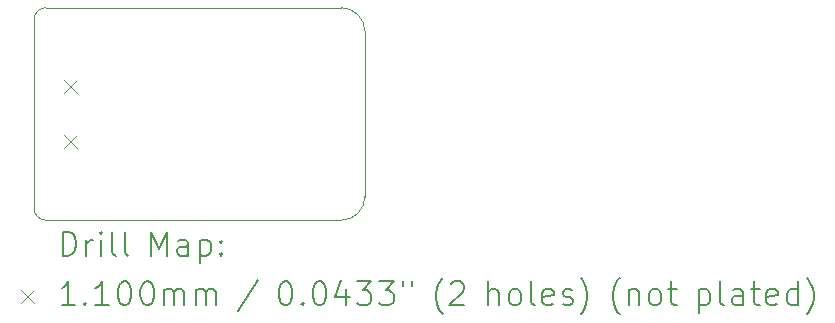
<source format=gbr>
%TF.GenerationSoftware,KiCad,Pcbnew,(7.0.0)*%
%TF.CreationDate,2023-02-23T15:33:38+08:00*%
%TF.ProjectId,CK,434b2e6b-6963-4616-945f-706362585858,rev?*%
%TF.SameCoordinates,Original*%
%TF.FileFunction,Drillmap*%
%TF.FilePolarity,Positive*%
%FSLAX45Y45*%
G04 Gerber Fmt 4.5, Leading zero omitted, Abs format (unit mm)*
G04 Created by KiCad (PCBNEW (7.0.0)) date 2023-02-23 15:33:38*
%MOMM*%
%LPD*%
G01*
G04 APERTURE LIST*
%ADD10C,0.100000*%
%ADD11C,0.200000*%
%ADD12C,0.110000*%
G04 APERTURE END LIST*
D10*
X12030000Y-9830000D02*
G75*
G03*
X11830000Y-9630000I-200000J0D01*
G01*
X9330000Y-11430000D02*
X11830000Y-11430000D01*
X12030000Y-11230000D02*
X12030000Y-9830000D01*
X9230000Y-11330000D02*
G75*
G03*
X9330000Y-11430000I100000J0D01*
G01*
X11830000Y-11430000D02*
G75*
G03*
X12030000Y-11230000I0J200000D01*
G01*
X9230000Y-9730000D02*
X9230000Y-11330000D01*
X11830000Y-9630000D02*
X9330000Y-9630000D01*
X9330000Y-9630000D02*
G75*
G03*
X9230000Y-9730000I0J-100000D01*
G01*
D11*
D12*
X9485000Y-10245000D02*
X9595000Y-10355000D01*
X9595000Y-10245000D02*
X9485000Y-10355000D01*
X9485000Y-10705000D02*
X9595000Y-10815000D01*
X9595000Y-10705000D02*
X9485000Y-10815000D01*
D11*
X9472619Y-11728476D02*
X9472619Y-11528476D01*
X9472619Y-11528476D02*
X9520238Y-11528476D01*
X9520238Y-11528476D02*
X9548810Y-11538000D01*
X9548810Y-11538000D02*
X9567857Y-11557048D01*
X9567857Y-11557048D02*
X9577381Y-11576095D01*
X9577381Y-11576095D02*
X9586905Y-11614190D01*
X9586905Y-11614190D02*
X9586905Y-11642762D01*
X9586905Y-11642762D02*
X9577381Y-11680857D01*
X9577381Y-11680857D02*
X9567857Y-11699905D01*
X9567857Y-11699905D02*
X9548810Y-11718952D01*
X9548810Y-11718952D02*
X9520238Y-11728476D01*
X9520238Y-11728476D02*
X9472619Y-11728476D01*
X9672619Y-11728476D02*
X9672619Y-11595143D01*
X9672619Y-11633238D02*
X9682143Y-11614190D01*
X9682143Y-11614190D02*
X9691667Y-11604667D01*
X9691667Y-11604667D02*
X9710714Y-11595143D01*
X9710714Y-11595143D02*
X9729762Y-11595143D01*
X9796429Y-11728476D02*
X9796429Y-11595143D01*
X9796429Y-11528476D02*
X9786905Y-11538000D01*
X9786905Y-11538000D02*
X9796429Y-11547524D01*
X9796429Y-11547524D02*
X9805952Y-11538000D01*
X9805952Y-11538000D02*
X9796429Y-11528476D01*
X9796429Y-11528476D02*
X9796429Y-11547524D01*
X9920238Y-11728476D02*
X9901190Y-11718952D01*
X9901190Y-11718952D02*
X9891667Y-11699905D01*
X9891667Y-11699905D02*
X9891667Y-11528476D01*
X10025000Y-11728476D02*
X10005952Y-11718952D01*
X10005952Y-11718952D02*
X9996429Y-11699905D01*
X9996429Y-11699905D02*
X9996429Y-11528476D01*
X10221190Y-11728476D02*
X10221190Y-11528476D01*
X10221190Y-11528476D02*
X10287857Y-11671333D01*
X10287857Y-11671333D02*
X10354524Y-11528476D01*
X10354524Y-11528476D02*
X10354524Y-11728476D01*
X10535476Y-11728476D02*
X10535476Y-11623714D01*
X10535476Y-11623714D02*
X10525952Y-11604667D01*
X10525952Y-11604667D02*
X10506905Y-11595143D01*
X10506905Y-11595143D02*
X10468809Y-11595143D01*
X10468809Y-11595143D02*
X10449762Y-11604667D01*
X10535476Y-11718952D02*
X10516429Y-11728476D01*
X10516429Y-11728476D02*
X10468809Y-11728476D01*
X10468809Y-11728476D02*
X10449762Y-11718952D01*
X10449762Y-11718952D02*
X10440238Y-11699905D01*
X10440238Y-11699905D02*
X10440238Y-11680857D01*
X10440238Y-11680857D02*
X10449762Y-11661809D01*
X10449762Y-11661809D02*
X10468809Y-11652286D01*
X10468809Y-11652286D02*
X10516429Y-11652286D01*
X10516429Y-11652286D02*
X10535476Y-11642762D01*
X10630714Y-11595143D02*
X10630714Y-11795143D01*
X10630714Y-11604667D02*
X10649762Y-11595143D01*
X10649762Y-11595143D02*
X10687857Y-11595143D01*
X10687857Y-11595143D02*
X10706905Y-11604667D01*
X10706905Y-11604667D02*
X10716429Y-11614190D01*
X10716429Y-11614190D02*
X10725952Y-11633238D01*
X10725952Y-11633238D02*
X10725952Y-11690381D01*
X10725952Y-11690381D02*
X10716429Y-11709428D01*
X10716429Y-11709428D02*
X10706905Y-11718952D01*
X10706905Y-11718952D02*
X10687857Y-11728476D01*
X10687857Y-11728476D02*
X10649762Y-11728476D01*
X10649762Y-11728476D02*
X10630714Y-11718952D01*
X10811667Y-11709428D02*
X10821190Y-11718952D01*
X10821190Y-11718952D02*
X10811667Y-11728476D01*
X10811667Y-11728476D02*
X10802143Y-11718952D01*
X10802143Y-11718952D02*
X10811667Y-11709428D01*
X10811667Y-11709428D02*
X10811667Y-11728476D01*
X10811667Y-11604667D02*
X10821190Y-11614190D01*
X10821190Y-11614190D02*
X10811667Y-11623714D01*
X10811667Y-11623714D02*
X10802143Y-11614190D01*
X10802143Y-11614190D02*
X10811667Y-11604667D01*
X10811667Y-11604667D02*
X10811667Y-11623714D01*
D12*
X9115000Y-12020000D02*
X9225000Y-12130000D01*
X9225000Y-12020000D02*
X9115000Y-12130000D01*
D11*
X9577381Y-12148476D02*
X9463095Y-12148476D01*
X9520238Y-12148476D02*
X9520238Y-11948476D01*
X9520238Y-11948476D02*
X9501190Y-11977048D01*
X9501190Y-11977048D02*
X9482143Y-11996095D01*
X9482143Y-11996095D02*
X9463095Y-12005619D01*
X9663095Y-12129428D02*
X9672619Y-12138952D01*
X9672619Y-12138952D02*
X9663095Y-12148476D01*
X9663095Y-12148476D02*
X9653571Y-12138952D01*
X9653571Y-12138952D02*
X9663095Y-12129428D01*
X9663095Y-12129428D02*
X9663095Y-12148476D01*
X9863095Y-12148476D02*
X9748810Y-12148476D01*
X9805952Y-12148476D02*
X9805952Y-11948476D01*
X9805952Y-11948476D02*
X9786905Y-11977048D01*
X9786905Y-11977048D02*
X9767857Y-11996095D01*
X9767857Y-11996095D02*
X9748810Y-12005619D01*
X9986905Y-11948476D02*
X10005952Y-11948476D01*
X10005952Y-11948476D02*
X10025000Y-11958000D01*
X10025000Y-11958000D02*
X10034524Y-11967524D01*
X10034524Y-11967524D02*
X10044048Y-11986571D01*
X10044048Y-11986571D02*
X10053571Y-12024667D01*
X10053571Y-12024667D02*
X10053571Y-12072286D01*
X10053571Y-12072286D02*
X10044048Y-12110381D01*
X10044048Y-12110381D02*
X10034524Y-12129428D01*
X10034524Y-12129428D02*
X10025000Y-12138952D01*
X10025000Y-12138952D02*
X10005952Y-12148476D01*
X10005952Y-12148476D02*
X9986905Y-12148476D01*
X9986905Y-12148476D02*
X9967857Y-12138952D01*
X9967857Y-12138952D02*
X9958333Y-12129428D01*
X9958333Y-12129428D02*
X9948810Y-12110381D01*
X9948810Y-12110381D02*
X9939286Y-12072286D01*
X9939286Y-12072286D02*
X9939286Y-12024667D01*
X9939286Y-12024667D02*
X9948810Y-11986571D01*
X9948810Y-11986571D02*
X9958333Y-11967524D01*
X9958333Y-11967524D02*
X9967857Y-11958000D01*
X9967857Y-11958000D02*
X9986905Y-11948476D01*
X10177381Y-11948476D02*
X10196429Y-11948476D01*
X10196429Y-11948476D02*
X10215476Y-11958000D01*
X10215476Y-11958000D02*
X10225000Y-11967524D01*
X10225000Y-11967524D02*
X10234524Y-11986571D01*
X10234524Y-11986571D02*
X10244048Y-12024667D01*
X10244048Y-12024667D02*
X10244048Y-12072286D01*
X10244048Y-12072286D02*
X10234524Y-12110381D01*
X10234524Y-12110381D02*
X10225000Y-12129428D01*
X10225000Y-12129428D02*
X10215476Y-12138952D01*
X10215476Y-12138952D02*
X10196429Y-12148476D01*
X10196429Y-12148476D02*
X10177381Y-12148476D01*
X10177381Y-12148476D02*
X10158333Y-12138952D01*
X10158333Y-12138952D02*
X10148810Y-12129428D01*
X10148810Y-12129428D02*
X10139286Y-12110381D01*
X10139286Y-12110381D02*
X10129762Y-12072286D01*
X10129762Y-12072286D02*
X10129762Y-12024667D01*
X10129762Y-12024667D02*
X10139286Y-11986571D01*
X10139286Y-11986571D02*
X10148810Y-11967524D01*
X10148810Y-11967524D02*
X10158333Y-11958000D01*
X10158333Y-11958000D02*
X10177381Y-11948476D01*
X10329762Y-12148476D02*
X10329762Y-12015143D01*
X10329762Y-12034190D02*
X10339286Y-12024667D01*
X10339286Y-12024667D02*
X10358333Y-12015143D01*
X10358333Y-12015143D02*
X10386905Y-12015143D01*
X10386905Y-12015143D02*
X10405952Y-12024667D01*
X10405952Y-12024667D02*
X10415476Y-12043714D01*
X10415476Y-12043714D02*
X10415476Y-12148476D01*
X10415476Y-12043714D02*
X10425000Y-12024667D01*
X10425000Y-12024667D02*
X10444048Y-12015143D01*
X10444048Y-12015143D02*
X10472619Y-12015143D01*
X10472619Y-12015143D02*
X10491667Y-12024667D01*
X10491667Y-12024667D02*
X10501191Y-12043714D01*
X10501191Y-12043714D02*
X10501191Y-12148476D01*
X10596429Y-12148476D02*
X10596429Y-12015143D01*
X10596429Y-12034190D02*
X10605952Y-12024667D01*
X10605952Y-12024667D02*
X10625000Y-12015143D01*
X10625000Y-12015143D02*
X10653572Y-12015143D01*
X10653572Y-12015143D02*
X10672619Y-12024667D01*
X10672619Y-12024667D02*
X10682143Y-12043714D01*
X10682143Y-12043714D02*
X10682143Y-12148476D01*
X10682143Y-12043714D02*
X10691667Y-12024667D01*
X10691667Y-12024667D02*
X10710714Y-12015143D01*
X10710714Y-12015143D02*
X10739286Y-12015143D01*
X10739286Y-12015143D02*
X10758333Y-12024667D01*
X10758333Y-12024667D02*
X10767857Y-12043714D01*
X10767857Y-12043714D02*
X10767857Y-12148476D01*
X11125952Y-11938952D02*
X10954524Y-12196095D01*
X11350714Y-11948476D02*
X11369762Y-11948476D01*
X11369762Y-11948476D02*
X11388810Y-11958000D01*
X11388810Y-11958000D02*
X11398333Y-11967524D01*
X11398333Y-11967524D02*
X11407857Y-11986571D01*
X11407857Y-11986571D02*
X11417381Y-12024667D01*
X11417381Y-12024667D02*
X11417381Y-12072286D01*
X11417381Y-12072286D02*
X11407857Y-12110381D01*
X11407857Y-12110381D02*
X11398333Y-12129428D01*
X11398333Y-12129428D02*
X11388810Y-12138952D01*
X11388810Y-12138952D02*
X11369762Y-12148476D01*
X11369762Y-12148476D02*
X11350714Y-12148476D01*
X11350714Y-12148476D02*
X11331667Y-12138952D01*
X11331667Y-12138952D02*
X11322143Y-12129428D01*
X11322143Y-12129428D02*
X11312619Y-12110381D01*
X11312619Y-12110381D02*
X11303095Y-12072286D01*
X11303095Y-12072286D02*
X11303095Y-12024667D01*
X11303095Y-12024667D02*
X11312619Y-11986571D01*
X11312619Y-11986571D02*
X11322143Y-11967524D01*
X11322143Y-11967524D02*
X11331667Y-11958000D01*
X11331667Y-11958000D02*
X11350714Y-11948476D01*
X11503095Y-12129428D02*
X11512619Y-12138952D01*
X11512619Y-12138952D02*
X11503095Y-12148476D01*
X11503095Y-12148476D02*
X11493571Y-12138952D01*
X11493571Y-12138952D02*
X11503095Y-12129428D01*
X11503095Y-12129428D02*
X11503095Y-12148476D01*
X11636429Y-11948476D02*
X11655476Y-11948476D01*
X11655476Y-11948476D02*
X11674524Y-11958000D01*
X11674524Y-11958000D02*
X11684048Y-11967524D01*
X11684048Y-11967524D02*
X11693571Y-11986571D01*
X11693571Y-11986571D02*
X11703095Y-12024667D01*
X11703095Y-12024667D02*
X11703095Y-12072286D01*
X11703095Y-12072286D02*
X11693571Y-12110381D01*
X11693571Y-12110381D02*
X11684048Y-12129428D01*
X11684048Y-12129428D02*
X11674524Y-12138952D01*
X11674524Y-12138952D02*
X11655476Y-12148476D01*
X11655476Y-12148476D02*
X11636429Y-12148476D01*
X11636429Y-12148476D02*
X11617381Y-12138952D01*
X11617381Y-12138952D02*
X11607857Y-12129428D01*
X11607857Y-12129428D02*
X11598333Y-12110381D01*
X11598333Y-12110381D02*
X11588810Y-12072286D01*
X11588810Y-12072286D02*
X11588810Y-12024667D01*
X11588810Y-12024667D02*
X11598333Y-11986571D01*
X11598333Y-11986571D02*
X11607857Y-11967524D01*
X11607857Y-11967524D02*
X11617381Y-11958000D01*
X11617381Y-11958000D02*
X11636429Y-11948476D01*
X11874524Y-12015143D02*
X11874524Y-12148476D01*
X11826905Y-11938952D02*
X11779286Y-12081809D01*
X11779286Y-12081809D02*
X11903095Y-12081809D01*
X11960238Y-11948476D02*
X12084048Y-11948476D01*
X12084048Y-11948476D02*
X12017381Y-12024667D01*
X12017381Y-12024667D02*
X12045952Y-12024667D01*
X12045952Y-12024667D02*
X12065000Y-12034190D01*
X12065000Y-12034190D02*
X12074524Y-12043714D01*
X12074524Y-12043714D02*
X12084048Y-12062762D01*
X12084048Y-12062762D02*
X12084048Y-12110381D01*
X12084048Y-12110381D02*
X12074524Y-12129428D01*
X12074524Y-12129428D02*
X12065000Y-12138952D01*
X12065000Y-12138952D02*
X12045952Y-12148476D01*
X12045952Y-12148476D02*
X11988810Y-12148476D01*
X11988810Y-12148476D02*
X11969762Y-12138952D01*
X11969762Y-12138952D02*
X11960238Y-12129428D01*
X12150714Y-11948476D02*
X12274524Y-11948476D01*
X12274524Y-11948476D02*
X12207857Y-12024667D01*
X12207857Y-12024667D02*
X12236429Y-12024667D01*
X12236429Y-12024667D02*
X12255476Y-12034190D01*
X12255476Y-12034190D02*
X12265000Y-12043714D01*
X12265000Y-12043714D02*
X12274524Y-12062762D01*
X12274524Y-12062762D02*
X12274524Y-12110381D01*
X12274524Y-12110381D02*
X12265000Y-12129428D01*
X12265000Y-12129428D02*
X12255476Y-12138952D01*
X12255476Y-12138952D02*
X12236429Y-12148476D01*
X12236429Y-12148476D02*
X12179286Y-12148476D01*
X12179286Y-12148476D02*
X12160238Y-12138952D01*
X12160238Y-12138952D02*
X12150714Y-12129428D01*
X12350714Y-11948476D02*
X12350714Y-11986571D01*
X12426905Y-11948476D02*
X12426905Y-11986571D01*
X12689762Y-12224667D02*
X12680238Y-12215143D01*
X12680238Y-12215143D02*
X12661191Y-12186571D01*
X12661191Y-12186571D02*
X12651667Y-12167524D01*
X12651667Y-12167524D02*
X12642143Y-12138952D01*
X12642143Y-12138952D02*
X12632619Y-12091333D01*
X12632619Y-12091333D02*
X12632619Y-12053238D01*
X12632619Y-12053238D02*
X12642143Y-12005619D01*
X12642143Y-12005619D02*
X12651667Y-11977048D01*
X12651667Y-11977048D02*
X12661191Y-11958000D01*
X12661191Y-11958000D02*
X12680238Y-11929428D01*
X12680238Y-11929428D02*
X12689762Y-11919905D01*
X12756429Y-11967524D02*
X12765952Y-11958000D01*
X12765952Y-11958000D02*
X12785000Y-11948476D01*
X12785000Y-11948476D02*
X12832619Y-11948476D01*
X12832619Y-11948476D02*
X12851667Y-11958000D01*
X12851667Y-11958000D02*
X12861191Y-11967524D01*
X12861191Y-11967524D02*
X12870714Y-11986571D01*
X12870714Y-11986571D02*
X12870714Y-12005619D01*
X12870714Y-12005619D02*
X12861191Y-12034190D01*
X12861191Y-12034190D02*
X12746905Y-12148476D01*
X12746905Y-12148476D02*
X12870714Y-12148476D01*
X13076429Y-12148476D02*
X13076429Y-11948476D01*
X13162143Y-12148476D02*
X13162143Y-12043714D01*
X13162143Y-12043714D02*
X13152619Y-12024667D01*
X13152619Y-12024667D02*
X13133572Y-12015143D01*
X13133572Y-12015143D02*
X13105000Y-12015143D01*
X13105000Y-12015143D02*
X13085952Y-12024667D01*
X13085952Y-12024667D02*
X13076429Y-12034190D01*
X13285952Y-12148476D02*
X13266905Y-12138952D01*
X13266905Y-12138952D02*
X13257381Y-12129428D01*
X13257381Y-12129428D02*
X13247857Y-12110381D01*
X13247857Y-12110381D02*
X13247857Y-12053238D01*
X13247857Y-12053238D02*
X13257381Y-12034190D01*
X13257381Y-12034190D02*
X13266905Y-12024667D01*
X13266905Y-12024667D02*
X13285952Y-12015143D01*
X13285952Y-12015143D02*
X13314524Y-12015143D01*
X13314524Y-12015143D02*
X13333572Y-12024667D01*
X13333572Y-12024667D02*
X13343095Y-12034190D01*
X13343095Y-12034190D02*
X13352619Y-12053238D01*
X13352619Y-12053238D02*
X13352619Y-12110381D01*
X13352619Y-12110381D02*
X13343095Y-12129428D01*
X13343095Y-12129428D02*
X13333572Y-12138952D01*
X13333572Y-12138952D02*
X13314524Y-12148476D01*
X13314524Y-12148476D02*
X13285952Y-12148476D01*
X13466905Y-12148476D02*
X13447857Y-12138952D01*
X13447857Y-12138952D02*
X13438333Y-12119905D01*
X13438333Y-12119905D02*
X13438333Y-11948476D01*
X13619286Y-12138952D02*
X13600238Y-12148476D01*
X13600238Y-12148476D02*
X13562143Y-12148476D01*
X13562143Y-12148476D02*
X13543095Y-12138952D01*
X13543095Y-12138952D02*
X13533572Y-12119905D01*
X13533572Y-12119905D02*
X13533572Y-12043714D01*
X13533572Y-12043714D02*
X13543095Y-12024667D01*
X13543095Y-12024667D02*
X13562143Y-12015143D01*
X13562143Y-12015143D02*
X13600238Y-12015143D01*
X13600238Y-12015143D02*
X13619286Y-12024667D01*
X13619286Y-12024667D02*
X13628810Y-12043714D01*
X13628810Y-12043714D02*
X13628810Y-12062762D01*
X13628810Y-12062762D02*
X13533572Y-12081809D01*
X13705000Y-12138952D02*
X13724048Y-12148476D01*
X13724048Y-12148476D02*
X13762143Y-12148476D01*
X13762143Y-12148476D02*
X13781191Y-12138952D01*
X13781191Y-12138952D02*
X13790714Y-12119905D01*
X13790714Y-12119905D02*
X13790714Y-12110381D01*
X13790714Y-12110381D02*
X13781191Y-12091333D01*
X13781191Y-12091333D02*
X13762143Y-12081809D01*
X13762143Y-12081809D02*
X13733572Y-12081809D01*
X13733572Y-12081809D02*
X13714524Y-12072286D01*
X13714524Y-12072286D02*
X13705000Y-12053238D01*
X13705000Y-12053238D02*
X13705000Y-12043714D01*
X13705000Y-12043714D02*
X13714524Y-12024667D01*
X13714524Y-12024667D02*
X13733572Y-12015143D01*
X13733572Y-12015143D02*
X13762143Y-12015143D01*
X13762143Y-12015143D02*
X13781191Y-12024667D01*
X13857381Y-12224667D02*
X13866905Y-12215143D01*
X13866905Y-12215143D02*
X13885953Y-12186571D01*
X13885953Y-12186571D02*
X13895476Y-12167524D01*
X13895476Y-12167524D02*
X13905000Y-12138952D01*
X13905000Y-12138952D02*
X13914524Y-12091333D01*
X13914524Y-12091333D02*
X13914524Y-12053238D01*
X13914524Y-12053238D02*
X13905000Y-12005619D01*
X13905000Y-12005619D02*
X13895476Y-11977048D01*
X13895476Y-11977048D02*
X13885953Y-11958000D01*
X13885953Y-11958000D02*
X13866905Y-11929428D01*
X13866905Y-11929428D02*
X13857381Y-11919905D01*
X14186905Y-12224667D02*
X14177381Y-12215143D01*
X14177381Y-12215143D02*
X14158333Y-12186571D01*
X14158333Y-12186571D02*
X14148810Y-12167524D01*
X14148810Y-12167524D02*
X14139286Y-12138952D01*
X14139286Y-12138952D02*
X14129762Y-12091333D01*
X14129762Y-12091333D02*
X14129762Y-12053238D01*
X14129762Y-12053238D02*
X14139286Y-12005619D01*
X14139286Y-12005619D02*
X14148810Y-11977048D01*
X14148810Y-11977048D02*
X14158333Y-11958000D01*
X14158333Y-11958000D02*
X14177381Y-11929428D01*
X14177381Y-11929428D02*
X14186905Y-11919905D01*
X14263095Y-12015143D02*
X14263095Y-12148476D01*
X14263095Y-12034190D02*
X14272619Y-12024667D01*
X14272619Y-12024667D02*
X14291667Y-12015143D01*
X14291667Y-12015143D02*
X14320238Y-12015143D01*
X14320238Y-12015143D02*
X14339286Y-12024667D01*
X14339286Y-12024667D02*
X14348810Y-12043714D01*
X14348810Y-12043714D02*
X14348810Y-12148476D01*
X14472619Y-12148476D02*
X14453572Y-12138952D01*
X14453572Y-12138952D02*
X14444048Y-12129428D01*
X14444048Y-12129428D02*
X14434524Y-12110381D01*
X14434524Y-12110381D02*
X14434524Y-12053238D01*
X14434524Y-12053238D02*
X14444048Y-12034190D01*
X14444048Y-12034190D02*
X14453572Y-12024667D01*
X14453572Y-12024667D02*
X14472619Y-12015143D01*
X14472619Y-12015143D02*
X14501191Y-12015143D01*
X14501191Y-12015143D02*
X14520238Y-12024667D01*
X14520238Y-12024667D02*
X14529762Y-12034190D01*
X14529762Y-12034190D02*
X14539286Y-12053238D01*
X14539286Y-12053238D02*
X14539286Y-12110381D01*
X14539286Y-12110381D02*
X14529762Y-12129428D01*
X14529762Y-12129428D02*
X14520238Y-12138952D01*
X14520238Y-12138952D02*
X14501191Y-12148476D01*
X14501191Y-12148476D02*
X14472619Y-12148476D01*
X14596429Y-12015143D02*
X14672619Y-12015143D01*
X14625000Y-11948476D02*
X14625000Y-12119905D01*
X14625000Y-12119905D02*
X14634524Y-12138952D01*
X14634524Y-12138952D02*
X14653572Y-12148476D01*
X14653572Y-12148476D02*
X14672619Y-12148476D01*
X14859286Y-12015143D02*
X14859286Y-12215143D01*
X14859286Y-12024667D02*
X14878333Y-12015143D01*
X14878333Y-12015143D02*
X14916429Y-12015143D01*
X14916429Y-12015143D02*
X14935476Y-12024667D01*
X14935476Y-12024667D02*
X14945000Y-12034190D01*
X14945000Y-12034190D02*
X14954524Y-12053238D01*
X14954524Y-12053238D02*
X14954524Y-12110381D01*
X14954524Y-12110381D02*
X14945000Y-12129428D01*
X14945000Y-12129428D02*
X14935476Y-12138952D01*
X14935476Y-12138952D02*
X14916429Y-12148476D01*
X14916429Y-12148476D02*
X14878333Y-12148476D01*
X14878333Y-12148476D02*
X14859286Y-12138952D01*
X15068810Y-12148476D02*
X15049762Y-12138952D01*
X15049762Y-12138952D02*
X15040238Y-12119905D01*
X15040238Y-12119905D02*
X15040238Y-11948476D01*
X15230714Y-12148476D02*
X15230714Y-12043714D01*
X15230714Y-12043714D02*
X15221191Y-12024667D01*
X15221191Y-12024667D02*
X15202143Y-12015143D01*
X15202143Y-12015143D02*
X15164048Y-12015143D01*
X15164048Y-12015143D02*
X15145000Y-12024667D01*
X15230714Y-12138952D02*
X15211667Y-12148476D01*
X15211667Y-12148476D02*
X15164048Y-12148476D01*
X15164048Y-12148476D02*
X15145000Y-12138952D01*
X15145000Y-12138952D02*
X15135476Y-12119905D01*
X15135476Y-12119905D02*
X15135476Y-12100857D01*
X15135476Y-12100857D02*
X15145000Y-12081809D01*
X15145000Y-12081809D02*
X15164048Y-12072286D01*
X15164048Y-12072286D02*
X15211667Y-12072286D01*
X15211667Y-12072286D02*
X15230714Y-12062762D01*
X15297381Y-12015143D02*
X15373572Y-12015143D01*
X15325953Y-11948476D02*
X15325953Y-12119905D01*
X15325953Y-12119905D02*
X15335476Y-12138952D01*
X15335476Y-12138952D02*
X15354524Y-12148476D01*
X15354524Y-12148476D02*
X15373572Y-12148476D01*
X15516429Y-12138952D02*
X15497381Y-12148476D01*
X15497381Y-12148476D02*
X15459286Y-12148476D01*
X15459286Y-12148476D02*
X15440238Y-12138952D01*
X15440238Y-12138952D02*
X15430714Y-12119905D01*
X15430714Y-12119905D02*
X15430714Y-12043714D01*
X15430714Y-12043714D02*
X15440238Y-12024667D01*
X15440238Y-12024667D02*
X15459286Y-12015143D01*
X15459286Y-12015143D02*
X15497381Y-12015143D01*
X15497381Y-12015143D02*
X15516429Y-12024667D01*
X15516429Y-12024667D02*
X15525953Y-12043714D01*
X15525953Y-12043714D02*
X15525953Y-12062762D01*
X15525953Y-12062762D02*
X15430714Y-12081809D01*
X15697381Y-12148476D02*
X15697381Y-11948476D01*
X15697381Y-12138952D02*
X15678334Y-12148476D01*
X15678334Y-12148476D02*
X15640238Y-12148476D01*
X15640238Y-12148476D02*
X15621191Y-12138952D01*
X15621191Y-12138952D02*
X15611667Y-12129428D01*
X15611667Y-12129428D02*
X15602143Y-12110381D01*
X15602143Y-12110381D02*
X15602143Y-12053238D01*
X15602143Y-12053238D02*
X15611667Y-12034190D01*
X15611667Y-12034190D02*
X15621191Y-12024667D01*
X15621191Y-12024667D02*
X15640238Y-12015143D01*
X15640238Y-12015143D02*
X15678334Y-12015143D01*
X15678334Y-12015143D02*
X15697381Y-12024667D01*
X15773572Y-12224667D02*
X15783095Y-12215143D01*
X15783095Y-12215143D02*
X15802143Y-12186571D01*
X15802143Y-12186571D02*
X15811667Y-12167524D01*
X15811667Y-12167524D02*
X15821191Y-12138952D01*
X15821191Y-12138952D02*
X15830714Y-12091333D01*
X15830714Y-12091333D02*
X15830714Y-12053238D01*
X15830714Y-12053238D02*
X15821191Y-12005619D01*
X15821191Y-12005619D02*
X15811667Y-11977048D01*
X15811667Y-11977048D02*
X15802143Y-11958000D01*
X15802143Y-11958000D02*
X15783095Y-11929428D01*
X15783095Y-11929428D02*
X15773572Y-11919905D01*
M02*

</source>
